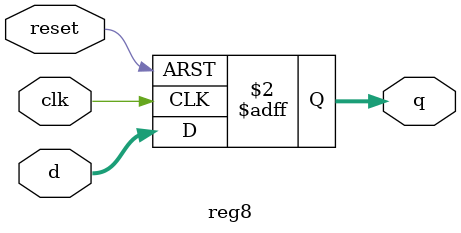
<source format=v>

module reg8 (
    input        clk,
    input        reset,          // active-high synchronous reset
    input  [7:0] d,
    output reg [7:0] q
);
    always @(posedge clk or posedge reset) begin
        if (reset) q <= 8'd0;    // clear on reset
        else       q <= d;       // capture input each clock
    end
endmodule

</source>
